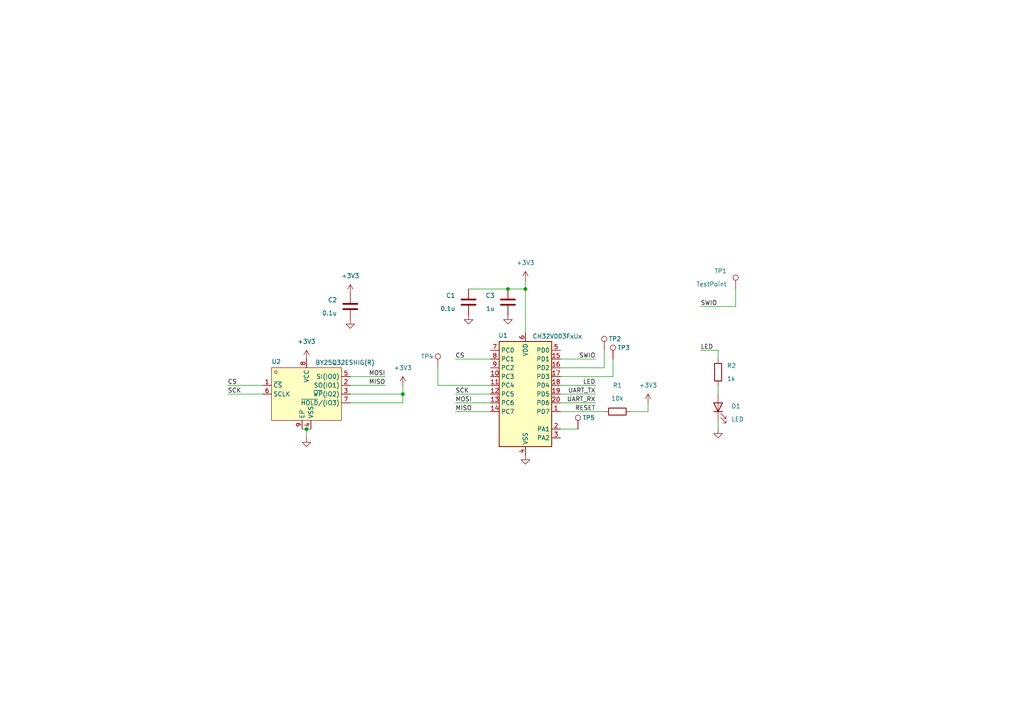
<source format=kicad_sch>
(kicad_sch (version 20250114) (generator "eeschema") (generator_version "9.0")
  (paper "A4")
  (title_block (title "Skibidi Digital Vinyl Disc") (date "2026-01-31") (rev "A") (company "Toby Cm's Lab x Hack Club"))
  (lib_symbols
    (symbol "Connector:TestPoint" (pin_numbers (hide yes)) (pin_names (offset 0.762) (hide yes))
      (property "Reference" "TP" (at 0 6.858 0))
      (property "Value" "TestPoint" (at 0 5.08 0))
      (symbol "TestPoint_0_1"
        (circle (center 0 3.302) (radius 0.762))
      )
      (symbol "TestPoint_1_1"
        (pin passive line (at 0 0 90) (length 2.54) (name "1") (number "1"))
      )
    )
    (symbol "Device:C" (pin_numbers (hide yes)) (pin_names (offset 0.254))
      (property "Reference" "C" (at 0.635 2.54 0))
      (property "Value" "C" (at 0.635 -2.54 0))
      (symbol "C_0_1"
        (polyline (pts (xy -2.032 0.762) (xy 2.032 0.762)) (stroke (width 0.508)))
        (polyline (pts (xy -2.032 -0.762) (xy 2.032 -0.762)) (stroke (width 0.508)))
      )
      (symbol "C_1_1"
        (pin passive line (at 0 3.81 270) (length 2.794) (name "~") (number "1"))
        (pin passive line (at 0 -3.81 90) (length 2.794) (name "~") (number "2"))
      )
    )
    (symbol "Device:LED" (pin_numbers (hide yes)) (pin_names (offset 1.016) (hide yes))
      (property "Reference" "D" (at 0 2.54 0))
      (property "Value" "LED" (at 0 -2.54 0))
      (symbol "LED_0_1"
        (polyline (pts (xy -3.048 -0.762) (xy -4.572 -2.286) (xy -3.81 -2.286) (xy -4.572 -2.286) (xy -4.572 -1.524)))
        (polyline (pts (xy -1.778 -0.762) (xy -3.302 -2.286) (xy -2.54 -2.286) (xy -3.302 -2.286) (xy -3.302 -1.524)))
        (polyline (pts (xy -1.27 0) (xy 1.27 0)))
        (polyline (pts (xy -1.27 -1.27) (xy -1.27 1.27)) (stroke (width 0.254)))
        (polyline (pts (xy 1.27 -1.27) (xy 1.27 1.27) (xy -1.27 0) (xy 1.27 -1.27)) (stroke (width 0.254)))
      )
      (symbol "LED_1_1"
        (pin passive line (at -3.81 0 0) (length 2.54) (name "K") (number "1"))
        (pin passive line (at 3.81 0 180) (length 2.54) (name "A") (number "2"))
      )
    )
    (symbol "Device:R" (pin_numbers (hide yes)) (pin_names (offset 0))
      (property "Reference" "R" (at 2.032 0 90))
      (property "Value" "R" (at 0 0 90))
      (symbol "R_0_1"
        (rectangle (start -1.016 -2.54) (end 1.016 2.54) (stroke (width 0.254)))
      )
      (symbol "R_1_1"
        (pin passive line (at 0 3.81 270) (length 1.27) (name "~") (number "1"))
        (pin passive line (at 0 -3.81 90) (length 1.27) (name "~") (number "2"))
      )
    )
    (symbol "MCU_WCH_RiscV:CH32V003FxUx"
      (property "Reference" "U" (at -7.62 17.78 0))
      (property "Value" "CH32V003FxUx" (at 7.62 17.78 0))
      (symbol "CH32V003FxUx_1_1"
        (rectangle (start -7.62 15.24) (end 7.62 -15.24) (stroke (width 0.254)) (fill (type background)))
        (pin bidirectional line (at -10.16 12.7 0) (length 2.54) (name "PC0") (number "7"))
        (pin bidirectional line (at -10.16 10.16 0) (length 2.54) (name "PC1") (number "8"))
        (pin bidirectional line (at -10.16 7.62 0) (length 2.54) (name "PC2") (number "9"))
        (pin bidirectional line (at -10.16 5.08 0) (length 2.54) (name "PC3") (number "10"))
        (pin bidirectional line (at -10.16 2.54 0) (length 2.54) (name "PC4") (number "11"))
        (pin bidirectional line (at -10.16 0 0) (length 2.54) (name "PC5") (number "12"))
        (pin bidirectional line (at -10.16 -2.54 0) (length 2.54) (name "PC6") (number "13"))
        (pin bidirectional line (at -10.16 -5.08 0) (length 2.54) (name "PC7") (number "14"))
        (pin power_in line (at 0 17.78 270) (length 2.54) (name "VDD") (number "6"))
        (pin passive line (at 0 -17.78 90) (length 2.54) (hide yes) (name "VSS") (number "21"))
        (pin power_in line (at 0 -17.78 90) (length 2.54) (name "VSS") (number "4"))
        (pin bidirectional line (at 10.16 12.7 180) (length 2.54) (name "PD0") (number "5"))
        (pin bidirectional line (at 10.16 10.16 180) (length 2.54) (name "PD1") (number "15"))
        (pin bidirectional line (at 10.16 7.62 180) (length 2.54) (name "PD2") (number "16"))
        (pin bidirectional line (at 10.16 5.08 180) (length 2.54) (name "PD3") (number "17"))
        (pin bidirectional line (at 10.16 2.54 180) (length 2.54) (name "PD4") (number "18"))
        (pin bidirectional line (at 10.16 0 180) (length 2.54) (name "PD5") (number "19"))
        (pin bidirectional line (at 10.16 -2.54 180) (length 2.54) (name "PD6") (number "20"))
        (pin bidirectional line (at 10.16 -5.08 180) (length 2.54) (name "PD7") (number "1"))
        (pin bidirectional line (at 10.16 -10.16 180) (length 2.54) (name "PA1") (number "2"))
        (pin bidirectional line (at 10.16 -12.7 180) (length 2.54) (name "PA2") (number "3"))
      )
    )
    (symbol "easyeda2kicad:BY25Q32ESHIG(R)"
      (property "Reference" "U" (at -9.652 9.144 0))
      (property "Value" "BY25Q32ESHIG(R)" (at 10.414 9.144 0))
      (symbol "BY25Q32ESHIG(R)_0_1"
        (rectangle (start -10.16 7.62) (end 10.16 -7.62) (fill (type background)))
        (circle (center -8.89 6.35) (radius 0.38))
        (pin unspecified line (at -12.7 2.54 0) (length 2.54) (name "~{CS}") (number "1"))
        (pin unspecified line (at -12.7 0 0) (length 2.54) (name "SCLK") (number "6"))
        (pin unspecified line (at -1.27 -10.16 90) (length 2.54) (hide yes) (name "EP") (number "10"))
        (pin unspecified line (at -1.27 -10.16 90) (length 2.54) (name "EP") (number "9"))
        (pin unspecified line (at 0 10.16 270) (length 2.54) (name "VCC") (number "8"))
        (pin unspecified line (at 1.27 -10.16 90) (length 2.54) (name "VSS") (number "4"))
        (pin unspecified line (at 12.7 5.08 180) (length 2.54) (name "SI(IO0)") (number "5"))
        (pin unspecified line (at 12.7 -2.54 180) (length 2.54) (name "~{HOLD}/(IO3)") (number "7"))
      )
      (symbol "BY25Q32ESHIG(R)_1_1"
        (pin unspecified line (at 12.7 2.54 180) (length 2.54) (name "SO(IO1)") (number "2"))
        (pin unspecified line (at 12.7 0 180) (length 2.54) (name "~{WP}(IO2)") (number "3"))
      )
    )
    (symbol "power:+3V3" (power) (pin_numbers (hide yes)) (pin_names (offset 0) (hide yes))
      (property "Value" "+3V3" (at 0 3.556 0))
      (symbol "+3V3_0_1"
        (polyline (pts (xy -0.762 1.27) (xy 0 2.54)))
        (polyline (pts (xy 0 2.54) (xy 0.762 1.27)))
        (polyline (pts (xy 0 0) (xy 0 2.54)))
      )
      (symbol "+3V3_1_1"
        (pin power_in line (at 0 0 90) (length 0) (name "~") (number "1"))
      )
    )
    (symbol "power:GND" (power) (pin_numbers (hide yes)) (pin_names (offset 0) (hide yes))
      (property "Value" "GND" (at 0 -3.81 0))
      (symbol "GND_0_1"
        (polyline (pts (xy 0 0) (xy 0 -1.27) (xy 1.27 -1.27) (xy 0 -2.54) (xy -1.27 -1.27) (xy 0 -1.27)))
      )
      (symbol "GND_1_1"
        (pin power_in line (at 0 0 270) (length 0) (name "~") (number "1"))
      )
    )
  )
  (junction (at 88.9 124.46))
  (junction (at 152.4 83.82))
  (junction (at 116.84 114.3))
  (junction (at 147.32 83.82))
  (wire (pts (xy 172.72 116.84) (xy 162.56 116.84)))
  (wire (pts (xy 88.9 124.46) (xy 88.9 127)))
  (wire (pts (xy 132.08 116.84) (xy 142.24 116.84)))
  (wire (pts (xy 66.04 114.3) (xy 76.2 114.3)))
  (wire (pts (xy 162.56 119.38) (xy 175.26 119.38)))
  (wire (pts (xy 172.72 104.14) (xy 162.56 104.14)))
  (wire (pts (xy 203.2 88.9) (xy 213.36 88.9)))
  (wire (pts (xy 142.24 111.76) (xy 127 111.76)))
  (wire (pts (xy 101.6 114.3) (xy 116.84 114.3)))
  (wire (pts (xy 101.6 116.84) (xy 116.84 116.84)))
  (wire (pts (xy 111.76 111.76) (xy 101.6 111.76)))
  (wire (pts (xy 116.84 111.76) (xy 116.84 114.3)))
  (wire (pts (xy 132.08 119.38) (xy 142.24 119.38)))
  (wire (pts (xy 208.28 111.76) (xy 208.28 114.3)))
  (wire (pts (xy 66.04 111.76) (xy 76.2 111.76)))
  (wire (pts (xy 127 111.76) (xy 127 106.68)))
  (wire (pts (xy 152.4 83.82) (xy 152.4 96.52)))
  (wire (pts (xy 177.8 109.22) (xy 177.8 104.14)))
  (wire (pts (xy 208.28 101.6) (xy 208.28 104.14)))
  (wire (pts (xy 87.63 124.46) (xy 88.9 124.46)))
  (wire (pts (xy 172.72 111.76) (xy 162.56 111.76)))
  (wire (pts (xy 162.56 109.22) (xy 177.8 109.22)))
  (wire (pts (xy 152.4 81.28) (xy 152.4 83.82)))
  (wire (pts (xy 203.2 101.6) (xy 208.28 101.6)))
  (wire (pts (xy 135.89 83.82) (xy 147.32 83.82)))
  (wire (pts (xy 147.32 83.82) (xy 152.4 83.82)))
  (wire (pts (xy 132.08 104.14) (xy 142.24 104.14)))
  (wire (pts (xy 111.76 109.22) (xy 101.6 109.22)))
  (wire (pts (xy 213.36 88.9) (xy 213.36 83.82)))
  (wire (pts (xy 162.56 106.68) (xy 175.26 106.68)))
  (wire (pts (xy 162.56 124.46) (xy 167.64 124.46)))
  (wire (pts (xy 116.84 114.3) (xy 116.84 116.84)))
  (wire (pts (xy 182.88 119.38) (xy 187.96 119.38)))
  (wire (pts (xy 187.96 116.84) (xy 187.96 119.38)))
  (wire (pts (xy 175.26 106.68) (xy 175.26 101.6)))
  (wire (pts (xy 88.9 124.46) (xy 90.17 124.46)))
  (wire (pts (xy 132.08 114.3) (xy 142.24 114.3)))
  (wire (pts (xy 172.72 114.3) (xy 162.56 114.3)))
  (wire (pts (xy 208.28 124.46) (xy 208.28 121.92)))
  (label "CS" (at 66.04 111.76 0))
  (label "MISO" (at 111.76 111.76 180))
  (label "MOSI" (at 132.08 116.84 0))
  (label "MOSI" (at 111.76 109.22 180))
  (label "SCK" (at 66.04 114.3 0))
  (label "SWIO" (at 203.2 88.9 0))
  (label "MISO" (at 132.08 119.38 0))
  (label "SWIO" (at 172.72 104.14 180))
  (label "SCK" (at 132.08 114.3 0))
  (label "UART_TX" (at 172.72 114.3 180))
  (label "RESET" (at 172.72 119.38 180))
  (label "UART_RX" (at 172.72 116.84 180))
  (label "CS" (at 132.08 104.14 0))
  (label "LED" (at 172.72 111.76 180))
  (label "LED" (at 203.2 101.6 0))
  (symbol (lib_id "power:+3V3") (at 88.9 104.14 0) (unit 1)
    (property "Reference" "#PWR08" (effects (hide yes)))
    (property "Value" "+3V3" (at 88.9 99.06 0))
    (property "Description" "Power symbol creates a global label with name \"+3V3\"" (effects (hide yes)))
  )
  (symbol (lib_id "Connector:TestPoint") (at 177.8 104.14 0) (unit 1)
    (property "Reference" "TP3" (at 179.07 100.838 0) (effects (justify left)))
    (property "Value" "TestPoint" (effects (hide yes)))
    (property "Footprint" "TestPoint:TestPoint_Pad_D1.0mm" (effects (hide yes)))
    (property "Description" "test point" (effects (hide yes)))
  )
  (symbol (lib_id "Device:R") (at 208.28 107.95 0) (unit 1)
    (property "Reference" "R2" (at 210.82 106.0449 0) (effects (justify left)))
    (property "Value" "1k" (at 210.82 109.8549 0) (effects (justify left)))
    (property "Footprint" "Resistor_SMD:R_0603_1608Metric" (effects (hide yes)))
    (property "Description" "Resistor" (effects (hide yes)))
    (property "LCSC Part #" "C21190" (effects (hide yes)))
  )
  (symbol (lib_id "power:GND") (at 147.32 91.44 0) (unit 1)
    (property "Reference" "#PWR05" (effects (hide yes)))
    (property "Value" "GND" (effects (hide yes)))
    (property "Description" "Power symbol creates a global label with name \"GND\" , ground" (effects (hide yes)))
  )
  (symbol (lib_id "Connector:TestPoint") (at 213.36 83.82 0) (mirror y) (unit 1)
    (property "Reference" "TP1" (at 210.82 78.6129 0) (effects (justify left)))
    (property "Value" "TestPoint" (at 210.82 82.4229 0) (effects (justify left)))
    (property "Footprint" "TestPoint:TestPoint_Pad_D1.0mm" (effects (hide yes)))
    (property "Description" "test point" (effects (hide yes)))
  )
  (symbol (lib_id "power:+3V3") (at 116.84 111.76 0) (unit 1)
    (property "Reference" "#PWR09" (effects (hide yes)))
    (property "Value" "+3V3" (at 116.84 106.68 0))
    (property "Description" "Power symbol creates a global label with name \"+3V3\"" (effects (hide yes)))
  )
  (symbol (lib_id "Connector:TestPoint") (at 127 106.68 0) (mirror y) (unit 1)
    (property "Reference" "TP4" (at 125.73 103.378 0) (effects (justify left)))
    (property "Value" "TestPoint" (effects (hide yes)))
    (property "Footprint" "TestPoint:TestPoint_Pad_D1.0mm" (effects (hide yes)))
    (property "Description" "test point" (effects (hide yes)))
  )
  (symbol (lib_id "power:+3V3") (at 152.4 81.28 0) (unit 1)
    (property "Reference" "#PWR06" (effects (hide yes)))
    (property "Value" "+3V3" (at 152.4 76.2 0))
    (property "Description" "Power symbol creates a global label with name \"+3V3\"" (effects (hide yes)))
  )
  (symbol (lib_id "Device:C") (at 101.6 88.9 0) (mirror y) (unit 1)
    (property "Reference" "C2" (at 97.79 86.9949 0) (effects (justify left)))
    (property "Value" "0.1u" (at 97.79 90.8049 0) (effects (justify left)))
    (property "Footprint" "Capacitor_SMD:C_0402_1005Metric" (effects (hide yes)))
    (property "Description" "Unpolarized capacitor" (effects (hide yes)))
    (property "LCSC Part #" "C1525" (effects (hide yes)))
  )
  (symbol (lib_id "Device:R") (at 179.07 119.38 90) (unit 1)
    (property "Reference" "R1" (at 179.07 111.76 90))
    (property "Value" "10k" (at 179.07 115.57 90))
    (property "Footprint" "Resistor_SMD:R_0603_1608Metric" (effects (hide yes)))
    (property "Description" "Resistor" (effects (hide yes)))
    (property "LCSC Part #" "C25804" (effects (hide yes)))
  )
  (symbol (lib_id "power:GND") (at 152.4 132.08 0) (unit 1)
    (property "Reference" "#PWR01" (effects (hide yes)))
    (property "Value" "GND" (effects (hide yes)))
    (property "Description" "Power symbol creates a global label with name \"GND\" , ground" (effects (hide yes)))
  )
  (symbol (lib_id "power:GND") (at 208.28 124.46 0) (unit 1)
    (property "Reference" "#PWR011" (effects (hide yes)))
    (property "Value" "GND" (effects (hide yes)))
    (property "Description" "Power symbol creates a global label with name \"GND\" , ground" (effects (hide yes)))
  )
  (symbol (lib_id "Connector:TestPoint") (at 167.64 124.46 0) (unit 1)
    (property "Reference" "TP5" (at 168.91 121.158 0) (effects (justify left)))
    (property "Value" "TestPoint" (effects (hide yes)))
    (property "Footprint" "TestPoint:TestPoint_Pad_D1.0mm" (effects (hide yes)))
    (property "Description" "test point" (effects (hide yes)))
  )
  (symbol (lib_id "MCU_WCH_RiscV:CH32V003FxUx") (at 152.4 114.3 0) (unit 1)
    (property "Reference" "U1" (at 144.526 97.282 0) (effects (justify left)))
    (property "Value" "CH32V003FxUx" (at 154.432 97.536 0) (effects (justify left)))
    (property "Footprint" "Package_DFN_QFN:QFN-20-1EP_3x3mm_P0.4mm_EP1.65x1.65mm" (effects (hide yes)))
    (property "Datasheet" "https://www.wch-ic.com/products/CH32V003.html" (effects (hide yes)))
    (property "Description" "CH32V003 series are industrial-grade general-purpose microcontrollers designed based on 32-bit RISC-V instruction set and architecture. It adopts QingKe V2A core, RV32EC instruction set, and supports 2 levels of interrupt nesting. The series are mounted with rich peripheral interfaces and function modules. Its internal organizational structure meets the low-cost and low-power embedded application scenarios." (effects (hide yes)))
  )
  (symbol (lib_id "Connector:TestPoint") (at 175.26 101.6 0) (unit 1)
    (property "Reference" "TP2" (at 176.53 98.298 0) (effects (justify left)))
    (property "Value" "TestPoint" (effects (hide yes)))
    (property "Footprint" "TestPoint:TestPoint_Pad_D1.0mm" (effects (hide yes)))
    (property "Description" "test point" (effects (hide yes)))
  )
  (symbol (lib_id "power:GND") (at 88.9 127 0) (unit 1)
    (property "Reference" "#PWR010" (effects (hide yes)))
    (property "Value" "GND" (effects (hide yes)))
    (property "Description" "Power symbol creates a global label with name \"GND\" , ground" (effects (hide yes)))
  )
  (symbol (lib_id "Device:LED") (at 208.28 118.11 90) (unit 1)
    (property "Reference" "D1" (at 212.09 117.7924 90) (effects (justify right)))
    (property "Value" "LED" (at 212.09 121.6024 90) (effects (justify right)))
    (property "Footprint" "LED_SMD:LED_0603_1608Metric" (effects (hide yes)))
    (property "Description" "Light emitting diode" (effects (hide yes)))
    (property "Sim.Pins" "1=K 2=A" (effects (hide yes)))
    (property "LCSC Part #" "C22371297" (effects (hide yes)))
  )
  (symbol (lib_id "power:+3V3") (at 101.6 85.09 0) (unit 1)
    (property "Reference" "#PWR02" (effects (hide yes)))
    (property "Value" "+3V3" (at 101.6 80.01 0))
    (property "Description" "Power symbol creates a global label with name \"+3V3\"" (effects (hide yes)))
  )
  (symbol (lib_id "Device:C") (at 135.89 87.63 0) (mirror y) (unit 1)
    (property "Reference" "C1" (at 132.08 85.7249 0) (effects (justify left)))
    (property "Value" "0.1u" (at 132.08 89.5349 0) (effects (justify left)))
    (property "Footprint" "Capacitor_SMD:C_0402_1005Metric" (effects (hide yes)))
    (property "Description" "Unpolarized capacitor" (effects (hide yes)))
    (property "LCSC Part #" "C1525" (effects (hide yes)))
  )
  (symbol (lib_id "power:GND") (at 101.6 92.71 0) (unit 1)
    (property "Reference" "#PWR04" (effects (hide yes)))
    (property "Value" "GND" (effects (hide yes)))
    (property "Description" "Power symbol creates a global label with name \"GND\" , ground" (effects (hide yes)))
  )
  (symbol (lib_id "Device:C") (at 147.32 87.63 0) (mirror y) (unit 1)
    (property "Reference" "C3" (at 143.51 85.7249 0) (effects (justify left)))
    (property "Value" "1u" (at 143.51 89.5349 0) (effects (justify left)))
    (property "Footprint" "Capacitor_SMD:C_0402_1005Metric" (effects (hide yes)))
    (property "Description" "Unpolarized capacitor" (effects (hide yes)))
    (property "LCSC Part #" "C52923" (effects (hide yes)))
  )
  (symbol (lib_id "power:GND") (at 135.89 91.44 0) (unit 1)
    (property "Reference" "#PWR03" (effects (hide yes)))
    (property "Value" "GND" (effects (hide yes)))
    (property "Description" "Power symbol creates a global label with name \"GND\" , ground" (effects (hide yes)))
  )
  (symbol (lib_id "power:+3V3") (at 187.96 116.84 0) (unit 1)
    (property "Reference" "#PWR07" (effects (hide yes)))
    (property "Value" "+3V3" (at 187.96 111.76 0))
    (property "Description" "Power symbol creates a global label with name \"+3V3\"" (effects (hide yes)))
  )
  (symbol (lib_id "easyeda2kicad:BY25Q32ESHIG(R)") (at 88.9 114.3 0) (unit 1)
    (property "Reference" "U2" (at 78.74 104.902 0) (effects (justify left)))
    (property "Value" "BY25Q32ESHIG(R)" (at 91.44 105.156 0) (effects (justify left)))
    (property "Footprint" "easyeda2kicad:DFN-8_L4.0-W3.0-P0.80-TL-EP_GT5YL24A1Y520" (effects (hide yes)))
    (property "LCSC Part" "C50176326" (effects (hide yes)))
  )
)
</source>
